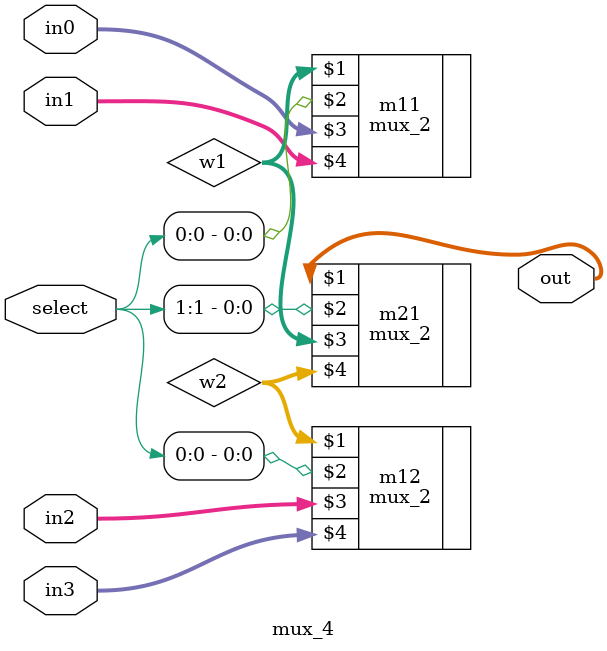
<source format=v>
module mux_4#(parameter BIT_WIDTH = 32)(out, select, in0, in1, in2, in3);
    input [1:0] select;
    input [BIT_WIDTH-1:0] in0, in1, in2, in3;
    output [BIT_WIDTH-1:0] out;
    wire [BIT_WIDTH-1:0] w1, w2;

    mux_2 #(.BIT_WIDTH(BIT_WIDTH)) m11(w1, select[0], in0, in1);
    mux_2 #(.BIT_WIDTH(BIT_WIDTH)) m12(w2, select[0], in2, in3);
    mux_2 #(.BIT_WIDTH(BIT_WIDTH)) m21(out, select[1], w1, w2);
endmodule
</source>
